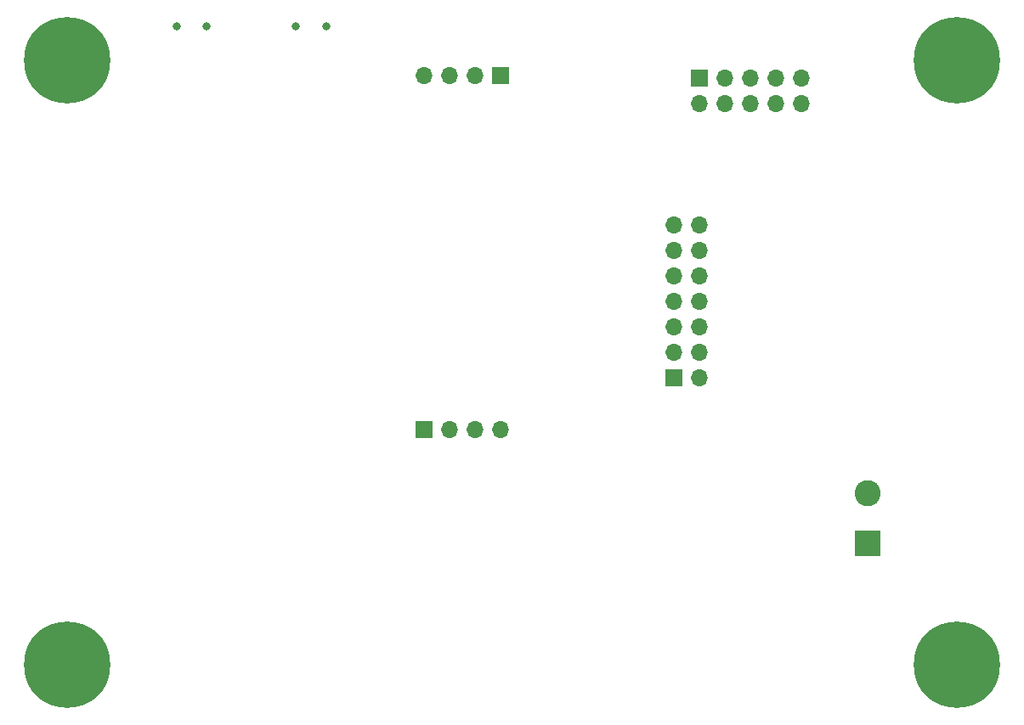
<source format=gbr>
%TF.GenerationSoftware,KiCad,Pcbnew,(6.0.9)*%
%TF.CreationDate,2022-12-02T11:09:33-06:00*%
%TF.ProjectId,First_stm32,46697273-745f-4737-946d-33322e6b6963,rev?*%
%TF.SameCoordinates,Original*%
%TF.FileFunction,Soldermask,Bot*%
%TF.FilePolarity,Negative*%
%FSLAX46Y46*%
G04 Gerber Fmt 4.6, Leading zero omitted, Abs format (unit mm)*
G04 Created by KiCad (PCBNEW (6.0.9)) date 2022-12-02 11:09:33*
%MOMM*%
%LPD*%
G01*
G04 APERTURE LIST*
%ADD10R,1.700000X1.700000*%
%ADD11O,1.700000X1.700000*%
%ADD12C,0.800000*%
%ADD13C,0.900000*%
%ADD14C,8.600000*%
%ADD15R,2.600000X2.600000*%
%ADD16C,2.600000*%
G04 APERTURE END LIST*
D10*
%TO.C,J2*%
X154432000Y-61976000D03*
D11*
X154432000Y-64516000D03*
X156972000Y-61976000D03*
X156972000Y-64516000D03*
X159512000Y-61976000D03*
X159512000Y-64516000D03*
X162052000Y-61976000D03*
X162052000Y-64516000D03*
X164592000Y-61976000D03*
X164592000Y-64516000D03*
%TD*%
D12*
%TO.C,SW1*%
X114249200Y-56819800D03*
X117249200Y-56819800D03*
%TD*%
D13*
%TO.C,H1*%
X177805581Y-62478419D03*
X176861000Y-60198000D03*
X182366419Y-62478419D03*
X182366419Y-57917581D03*
X180086000Y-63423000D03*
X183311000Y-60198000D03*
X180086000Y-56973000D03*
X177805581Y-57917581D03*
D14*
X180086000Y-60198000D03*
%TD*%
D10*
%TO.C,J6*%
X151872000Y-91928000D03*
D11*
X154412000Y-91928000D03*
X151872000Y-89388000D03*
X154412000Y-89388000D03*
X151872000Y-86848000D03*
X154412000Y-86848000D03*
X151872000Y-84308000D03*
X154412000Y-84308000D03*
X151872000Y-81768000D03*
X154412000Y-81768000D03*
X151872000Y-79228000D03*
X154412000Y-79228000D03*
X151872000Y-76688000D03*
X154412000Y-76688000D03*
%TD*%
D13*
%TO.C,H4*%
X93771219Y-122778019D03*
X94715800Y-120497600D03*
X88265800Y-120497600D03*
X89210381Y-118217181D03*
D14*
X91490800Y-120497600D03*
D13*
X93771219Y-118217181D03*
X91490800Y-123722600D03*
X91490800Y-117272600D03*
X89210381Y-122778019D03*
%TD*%
%TO.C,H3*%
X180086000Y-123722600D03*
X180086000Y-117272600D03*
X183311000Y-120497600D03*
X177805581Y-122778019D03*
D14*
X180086000Y-120497600D03*
D13*
X177805581Y-118217181D03*
X176861000Y-120497600D03*
X182366419Y-122778019D03*
X182366419Y-118217181D03*
%TD*%
D15*
%TO.C,J1*%
X171204000Y-108418000D03*
D16*
X171204000Y-103418000D03*
%TD*%
D10*
%TO.C,J4*%
X127000000Y-97028000D03*
D11*
X129540000Y-97028000D03*
X132080000Y-97028000D03*
X134620000Y-97028000D03*
%TD*%
D12*
%TO.C,SW2*%
X105335200Y-56819800D03*
X102335200Y-56819800D03*
%TD*%
D10*
%TO.C,J3*%
X134610000Y-61747000D03*
D11*
X132070000Y-61747000D03*
X129530000Y-61747000D03*
X126990000Y-61747000D03*
%TD*%
D13*
%TO.C,H2*%
X94715800Y-60198000D03*
X93771219Y-57917581D03*
X91490800Y-56973000D03*
X89210381Y-57917581D03*
X89210381Y-62478419D03*
D14*
X91490800Y-60198000D03*
D13*
X91490800Y-63423000D03*
X93771219Y-62478419D03*
X88265800Y-60198000D03*
%TD*%
M02*

</source>
